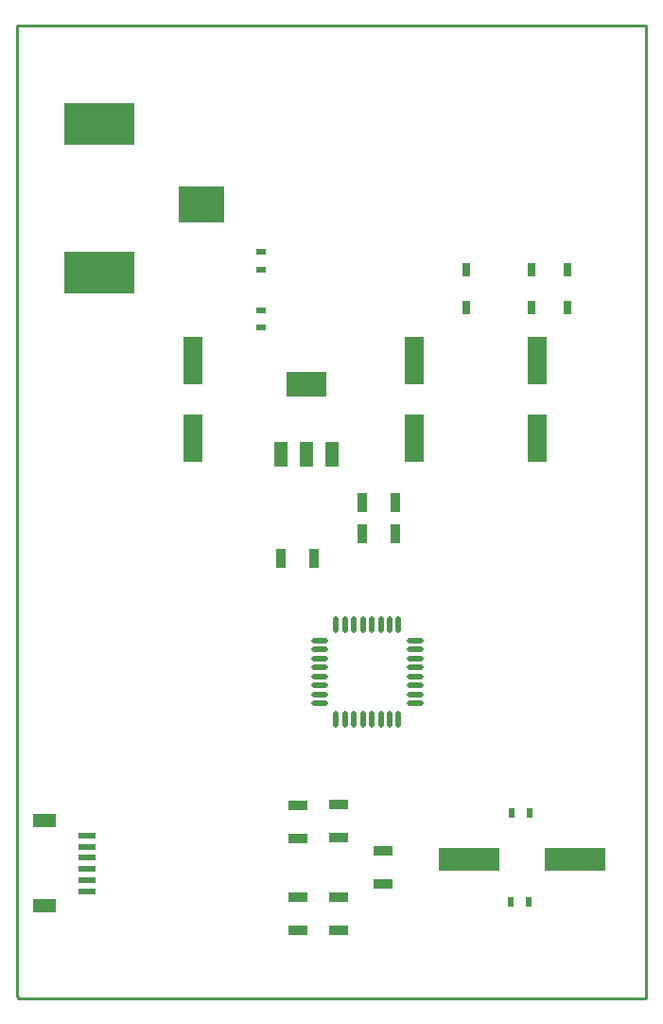
<source format=gtp>
G04*
G04 #@! TF.GenerationSoftware,Altium Limited,Altium Designer,20.0.13 (296)*
G04*
G04 Layer_Color=8421504*
%FSLAX25Y25*%
%MOIN*%
G70*
G01*
G75*
%ADD20C,0.01000*%
%ADD22R,0.03819X0.06811*%
%ADD23O,0.02165X0.05906*%
%ADD24O,0.05906X0.02165*%
%ADD25R,0.06811X0.03819*%
%ADD26R,0.02126X0.03701*%
%ADD27R,0.03701X0.02126*%
%ADD28R,0.25000X0.15000*%
%ADD29R,0.15984X0.12992*%
G04:AMPARAMS|DCode=30|XSize=47.64mil|YSize=28.74mil|CornerRadius=2.59mil|HoleSize=0mil|Usage=FLASHONLY|Rotation=270.000|XOffset=0mil|YOffset=0mil|HoleType=Round|Shape=RoundedRectangle|*
%AMROUNDEDRECTD30*
21,1,0.04764,0.02357,0,0,270.0*
21,1,0.04247,0.02874,0,0,270.0*
1,1,0.00517,-0.01178,-0.02123*
1,1,0.00517,-0.01178,0.02123*
1,1,0.00517,0.01178,0.02123*
1,1,0.00517,0.01178,-0.02123*
%
%ADD30ROUNDEDRECTD30*%
%ADD31R,0.07087X0.16535*%
%ADD32R,0.14173X0.08661*%
%ADD33R,0.04800X0.08800*%
%ADD34R,0.21654X0.07874*%
%ADD35R,0.06102X0.02362*%
%ADD36R,0.07874X0.04724*%
D20*
X-0Y-0D02*
X221752D01*
Y-342618D02*
Y-0D01*
X591Y-342618D02*
X221752D01*
X-0Y-342028D02*
X591Y-342618D01*
X-0Y-342028D02*
Y-0D01*
D22*
X121732Y-168209D02*
D03*
X133386D02*
D03*
Y-179134D02*
D03*
X121732D02*
D03*
X104705Y-187736D02*
D03*
X93051D02*
D03*
D23*
X112354Y-244468D02*
D03*
X115504D02*
D03*
X118654D02*
D03*
X121803D02*
D03*
X124953D02*
D03*
X128102D02*
D03*
X131252D02*
D03*
X134402D02*
D03*
Y-211004D02*
D03*
X131252D02*
D03*
X128102D02*
D03*
X124953D02*
D03*
X121803D02*
D03*
X118654D02*
D03*
X115504D02*
D03*
X112354D02*
D03*
D24*
X140110Y-238760D02*
D03*
Y-235610D02*
D03*
Y-232461D02*
D03*
Y-229311D02*
D03*
Y-226161D02*
D03*
Y-223012D02*
D03*
Y-219862D02*
D03*
Y-216713D02*
D03*
X106646D02*
D03*
Y-219862D02*
D03*
Y-223012D02*
D03*
Y-226161D02*
D03*
Y-229311D02*
D03*
Y-232461D02*
D03*
Y-235610D02*
D03*
Y-238760D02*
D03*
D25*
X113378Y-318736D02*
D03*
Y-307083D02*
D03*
X98878Y-306929D02*
D03*
Y-318583D02*
D03*
X113378Y-274429D02*
D03*
Y-286083D02*
D03*
X98878Y-274583D02*
D03*
Y-286236D02*
D03*
X128878Y-290736D02*
D03*
Y-302390D02*
D03*
D26*
X173878Y-308736D02*
D03*
X180177D02*
D03*
X174378Y-277236D02*
D03*
X180677D02*
D03*
D27*
X85878Y-79736D02*
D03*
Y-86035D02*
D03*
Y-106535D02*
D03*
Y-100236D02*
D03*
D28*
X28787Y-86898D02*
D03*
Y-34575D02*
D03*
D29*
X64772Y-62882D02*
D03*
D30*
X158378Y-99350D02*
D03*
Y-86122D02*
D03*
X181378Y-99350D02*
D03*
Y-86122D02*
D03*
X193878Y-99350D02*
D03*
Y-86122D02*
D03*
D31*
X61878Y-145319D02*
D03*
Y-118154D02*
D03*
X183378Y-145319D02*
D03*
Y-118154D02*
D03*
X139878Y-145319D02*
D03*
Y-118154D02*
D03*
D32*
X101878Y-126536D02*
D03*
D33*
X110978Y-150937D02*
D03*
X101878D02*
D03*
X92778D02*
D03*
D34*
X196579Y-293736D02*
D03*
X159177D02*
D03*
D35*
X24500Y-285287D02*
D03*
Y-289224D02*
D03*
Y-293161D02*
D03*
Y-297098D02*
D03*
Y-301035D02*
D03*
Y-304972D02*
D03*
D36*
X9638Y-280169D02*
D03*
Y-310091D02*
D03*
M02*

</source>
